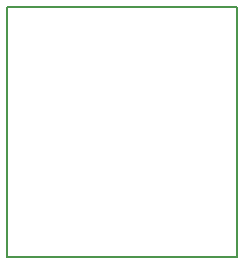
<source format=gbr>
G04 #@! TF.GenerationSoftware,KiCad,Pcbnew,(5.0.2)-1*
G04 #@! TF.CreationDate,2019-07-28T23:18:33+08:00*
G04 #@! TF.ProjectId,DOOR,444f4f52-2e6b-4696-9361-645f70636258,rev?*
G04 #@! TF.SameCoordinates,Original*
G04 #@! TF.FileFunction,Profile,NP*
%FSLAX46Y46*%
G04 Gerber Fmt 4.6, Leading zero omitted, Abs format (unit mm)*
G04 Created by KiCad (PCBNEW (5.0.2)-1) date 2019-07-28 23:18:33*
%MOMM*%
%LPD*%
G01*
G04 APERTURE LIST*
%ADD10C,0.200000*%
G04 APERTURE END LIST*
D10*
X155552140Y-86034880D02*
X136060180Y-86034880D01*
X155549600Y-64947800D02*
X136061160Y-64947800D01*
X155552140Y-86034880D02*
X155552140Y-64950340D01*
X136060180Y-64950340D02*
X136060180Y-86034880D01*
M02*

</source>
